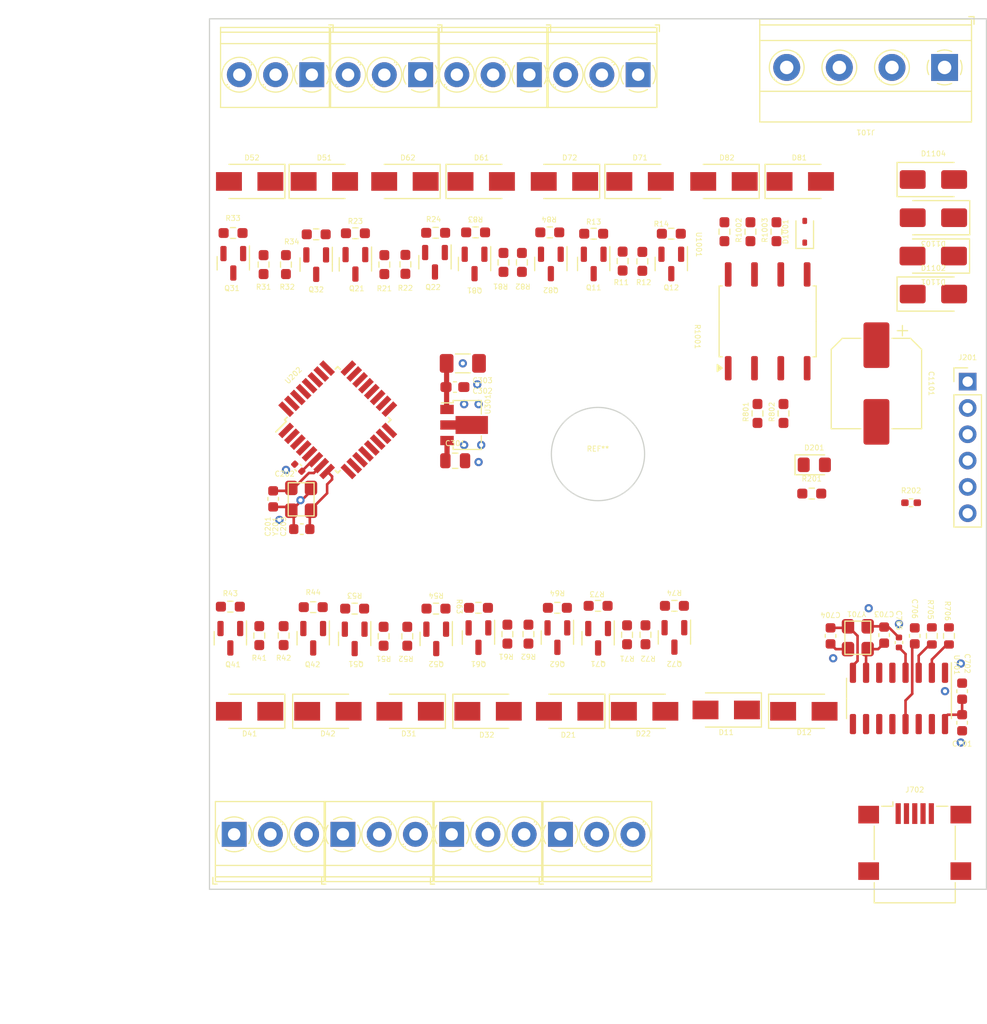
<source format=kicad_pcb>
(kicad_pcb (version 20221018) (generator pcbnew)
  (layers (0 "F.Cu" signal) (31 "B.Cu" signal) (34 "B.Paste" user) (35 "F.Paste" user) (36 "B.SilkS" user "B.Silkscreen") (37 "F.SilkS" user "F.Silkscreen") (38 "B.Mask" user) (39 "F.Mask" user) (44 "Edge.Cuts" user))
  (net 0 "")
  (net 1 "GND")
  (net 2 "/atmega/X1")
  (net 3 "+5V")
  (net 4 "/atmega/X2")
  (net 5 "/Buck/VCC")
  (net 6 "/USB/Reset")
  (net 7 "/atmega/LED")
  (net 8 "Net-(D201-A)")
  (net 9 "Net-(D1001-K)")
  (net 10 "/B")
  (net 11 "/D_bridge/AC_1")
  (net 12 "/D_bridge/AC_2")
  (net 13 "/A")
  (net 14 "/atmega/sw4")
  (net 15 "/atmega/sw3")
  (net 16 "/atmega/bus1.pin1")
  (net 17 "/atmega/bus1.pin2")
  (net 18 "/atmega/bus2.pin1")
  (net 19 "/atmega/bus2.pin2")
  (net 20 "/atmega/bus3.pin1")
  (net 21 "/atmega/bus3.pin2")
  (net 22 "/atmega/bus1.relay1")
  (net 23 "/atmega/bus1.relay2")
  (net 24 "/atmega/bus2.relay1")
  (net 25 "/atmega/bus2.relay2")
  (net 26 "/atmega/bus3.relay1")
  (net 27 "/atmega/bus3.relay2")
  (net 28 "Net-(U1001-EN)")
  (net 29 "/DCC/DCC_TTL")
  (net 30 "/USB/Rx")
  (net 31 "/USB/Tx")
  (net 32 "/atmega/sw1")
  (net 33 "/atmega/sw2")
  (net 38 "Net-(U701-XI)")
  (net 39 "Net-(U701-XO)")
  (net 40 "Net-(U701-V3)")
  (net 41 "Net-(U701-~{DTR})")
  (net 42 "Net-(U701-TXD)")
  (net 43 "Net-(U701-RXD)")
  (net 50 "Net-(J702-D-)")
  (net 51 "Net-(J702-D+)")
  (footprint "Capacitor_SMD:C_0603_1608Metric" (layer "F.Cu") (at 236.572 100.352 -90)
    (fp_text reference "C704")
    (fp_text value "22pF")
  )
  (footprint "Package_SO:SOP-8_6.62x9.15mm_P2.54mm" (layer "F.Cu") (at 230.5 70 90)
    (fp_text reference "U1001")
    (fp_text value "6N137")
  )
  (footprint "custom_kicad_lib_sk:crystal_arduino" (layer "F.Cu") (at 185.689 87.223 -90)
    (fp_text reference "Y201")
    (fp_text value "Crystal_GND2")
  )
  (footprint "Resistor_SMD:R_0603_1608Metric_Pad0.98x0.95mm_HandSolder" (layer "F.Cu") (at 178.8965 61.477)
    (fp_text reference "R33")
    (fp_text value "~")
  )
  (footprint "Diode_SMD:D_SMA" (layer "F.Cu") (at 246.5 56.317)
    (fp_text reference "D1104")
    (fp_text value "SS53")
  )
  (footprint "Resistor_SMD:R_0603_1608Metric_Pad0.98x0.95mm_HandSolder" (layer "F.Cu") (at 198.4845 97.72)
    (fp_text reference "R54")
    (fp_text value "~")
  )
  (footprint "Resistor_SMD:R_0603_1608Metric_Pad0.98x0.95mm_HandSolder" (layer "F.Cu") (at 218.706 100.246 -90)
    (fp_text reference "R72")
    (fp_text value "~")
  )
  (footprint "Package_TO_SOT_SMD:SOT-23" (layer "F.Cu") (at 186.632 100.5785 -90)
    (fp_text reference "Q42")
    (fp_text value "~")
  )
  (footprint "Resistor_SMD:R_0603_1608Metric" (layer "F.Cu") (at 248.002 100.355 90)
    (fp_text reference "R705")
    (fp_text value "1k")
  )
  (footprint "Resistor_SMD:R_0603_1608Metric_Pad0.98x0.95mm_HandSolder" (layer "F.Cu") (at 186.921 61.604)
    (fp_text reference "R34")
    (fp_text value "~")
  )
  (footprint "custom_kicad_lib_sk:R_0603_smalltext" (layer "F.Cu") (at 228.84 61.35 90)
    (fp_text reference "R1002")
    (fp_text value "10k")
  )
  (footprint "Resistor_SMD:R_0603_1608Metric_Pad0.98x0.95mm_HandSolder" (layer "F.Cu") (at 207.41 100.1835 -90)
    (fp_text reference "R62")
    (fp_text value "~")
  )
  (footprint "Diode_SMD:D_SMA" (layer "F.Cu") (at 246.5 60 180)
    (fp_text reference "D1103")
    (fp_text value "SS53")
  )
  (footprint "TerminalBlock_Phoenix:TerminalBlock_Phoenix_PT-1,5-3-3.5-H_1x03_P3.50mm_Horizontal" (layer "F.Cu") (at 218 46.2 180)
    (fp_text reference "REF**" hide)
    (fp_text value "TerminalBlock_Phoenix_PT-1,5-3-3.5-H_1x03_P3.50mm_Horizontal")
  )
  (footprint "Resistor_SMD:R_0603_1608Metric_Pad0.98x0.95mm_HandSolder" (layer "F.Cu") (at 190.634 97.72)
    (fp_text reference "R53")
    (fp_text value "~")
  )
  (footprint "custom_kicad_lib_sk:R_0603_smalltext" (layer "F.Cu") (at 231.35 61.35 90)
    (fp_text reference "R1003")
    (fp_text value "10k")
  )
  (footprint "Package_TO_SOT_SMD:SOT-23" (layer "F.Cu") (at 198.387 64.296 -90)
    (fp_text reference "Q22")
    (fp_text value "~")
  )
  (footprint "Diode_SMD:D_SMA" (layer "F.Cu") (at 180.5 56.5 180)
    (fp_text reference "D52")
    (fp_text value "~")
  )
  (footprint "LED_SMD:LED_0805_2012Metric_Pad1.15x1.40mm_HandSolder" (layer "F.Cu") (at 235.0035 83.844)
    (fp_text reference "D201")
    (fp_text value "LED")
  )
  (footprint "Diode_SMD:D_SMA" (layer "F.Cu") (at 218.626 107.627)
    (fp_text reference "D22")
    (fp_text value "~")
  )
  (footprint "Package_TO_SOT_SMD:SOT-23" (layer "F.Cu") (at 202.584 100.516 -90)
    (fp_text reference "Q61")
    (fp_text value "~")
  )
  (footprint "Resistor_SMD:R_0603_1608Metric_Pad0.98x0.95mm_HandSolder" (layer "F.Cu") (at 183.777 100.3245 -90)
    (fp_text reference "R42")
    (fp_text value "~")
  )
  (footprint "Capacitor_SMD:C_0603_1608Metric" (layer "F.Cu") (at 249.272 108.734 -90)
    (fp_text reference "C701")
    (fp_text value "10uF")
  )
  (footprint "Capacitor_SMD:CP_Elec_8x10.5" (layer "F.Cu") (at 241 76 -90)
    (fp_text reference "C1101")
    (fp_text value "1000uF")
  )
  (footprint "Capacitor_SMD:C_0402_1005Metric" (layer "F.Cu") (at 243.176 100.987 -90)
    (fp_text reference "C705")
    (fp_text value "100nF")
  )
  (footprint "Resistor_SMD:R_0603_1608Metric_Pad0.98x0.95mm_HandSolder" (layer "F.Cu") (at 193.5 64.525 -90)
    (fp_text reference "R21")
    (fp_text value "~")
  )
  (footprint "Package_TO_SOT_SMD:SOT-23" (layer "F.Cu") (at 186.921 64.525 -90)
    (fp_text reference "Q32")
    (fp_text value "~")
  )
  (footprint "Package_TO_SOT_SMD:SOT-23" (layer "F.Cu") (at 221.199 64.4625 -90)
    (fp_text reference "Q12")
    (fp_text value "~")
  )
  (footprint "Resistor_SMD:R_0603_1608Metric_Pad0.98x0.95mm_HandSolder" (layer "F.Cu") (at 186.632 97.579)
    (fp_text reference "R44")
    (fp_text value "~")
  )
  (footprint "Capacitor_SMD:C_0805_2012Metric" (layer "F.Cu") (at 200.3385 83.453)
    (fp_text reference "C301")
    (fp_text value "470nF")
  )
  (footprint "Diode_SMD:D_SMA" (layer "F.Cu") (at 210.885 56.5 180)
    (fp_text reference "D72")
    (fp_text value "~")
  )
  (footprint "Resistor_SMD:R_0603_1608Metric_Pad0.98x0.95mm_HandSolder" (layer "F.Cu") (at 190.706 61.5005)
    (fp_text reference "R23")
    (fp_text value "~")
  )
  (footprint "custom_kicad_lib_sk:R_0603_smalltext" (layer "F.Cu") (at 226.33 61.35 90)
    (fp_text reference "R1001")
    (fp_text value "1k")
  )
  (footprint "Capacitor_SMD:C_0603_1608Metric" (layer "F.Cu") (at 185.53 90.051)
    (fp_text reference "C203")
    (fp_text value "12pF")
  )
  (footprint "Resistor_SMD:R_0603_1608Metric_Pad0.98x0.95mm_HandSolder" (layer "F.Cu") (at 181.428 100.3245 -90)
    (fp_text reference "R41")
    (fp_text value "~")
  )
  (footprint "Resistor_SMD:R_0603_1608Metric_Pad0.98x0.95mm_HandSolder" (layer "F.Cu") (at 234.7585 86.619)
    (fp_text reference "R201")
    (fp_text value "6k2")
  )
  (footprint "Diode_SMD:D_SMA" (layer "F.Cu") (at 202.852 56.5)
    (fp_text reference "D61")
    (fp_text value "~")
  )
  (footprint "custom_kicad_lib_sk:crystal_arduino" (layer "F.Cu") (at 238.985 100.479 90)
    (fp_text reference "Y701")
    (fp_text value "Crystal")
  )
  (footprint "TerminalBlock_Phoenix:TerminalBlock_Phoenix_PT-1,5-3-3.5-H_1x03_P3.50mm_Horizontal" (layer "F.Cu") (at 197 46.2 180)
    (fp_text reference "REF**" hide)
    (fp_text value "TerminalBlock_Phoenix_PT-1,5-3-3.5-H_1x03_P3.50mm_Horizontal")
  )
  (footprint "Diode_SMD:D_SMA" (layer "F.Cu") (at 195.988 107.627 180)
    (fp_text reference "D31")
    (fp_text value "~")
  )
  (footprint "Diode_SMD:D_SMA" (layer "F.Cu") (at 246.484 63.699 180)
    (fp_text reference "D1101")
    (fp_text value "SS53")
  )
  (footprint "Resistor_SMD:R_0603_1608Metric" (layer "F.Cu") (at 246.351 100.355 -90)
    (fp_text reference "R706")
    (fp_text value "1k")
  )
  (footprint "Package_TO_SOT_SMD:SOT-23" (layer "F.Cu") (at 198.508 100.641 -90)
    (fp_text reference "Q52")
    (fp_text value "~")
  )
  (footprint "Resistor_SMD:R_0603_1608Metric_Pad0.98x0.95mm_HandSolder" (layer "F.Cu") (at 193.428 100.387 -90)
    (fp_text reference "R51")
    (fp_text value "~")
  )
  (footprint "Connector_PinHeader_2.54mm:PinHeader_1x06_P2.54mm_Vertical" (layer "F.Cu") (at 249.809 75.819)
    (fp_text reference "J201")
    (fp_text value "ICSP")
  )
  (footprint "Capacitor_SMD:C_0603_1608Metric" (layer "F.Cu") (at 244.7 100.352 90)
    (fp_text reference "C706")
    (fp_text value "100nF")
  )
  (footprint "custom_kicad_lib_sk:arcomora_kastje" (layer "F.Cu") (at 214.122 82.804)
    (fp_text reference "REF**")
    (fp_text value "arcomora_kastje")
    (fp_rect (start -37.5 42) (end 37.5 -42) (stroke (width 0.12)) (fill none) (layer "Edge.Cuts"))
    (fp_circle (center 0 0) (end 4.5 0) (stroke (width 0.12)) (fill none) (layer "Edge.Cuts"))
  )
  (footprint "Capacitor_SMD:C_0603_1608Metric" (layer "F.Cu") (at 241.745 100.275 90)
    (fp_text reference "C703")
    (fp_text value "22pF")
  )
  (footprint "Package_TO_SOT_SMD:SOT-89-3" (layer "F.Cu") (at 201.5 80)
    (fp_text reference "U301")
    (fp_text value "L78L05_SOT89")
  )
  (footprint "Resistor_SMD:R_0603_1608Metric_Pad0.98x0.95mm_HandSolder" (layer "F.Cu") (at 213.706 61.5415)
    (fp_text reference "R13")
    (fp_text value "~")
  )
  (footprint "Package_TO_SOT_SMD:SOT-23" (layer "F.Cu") (at 178.634 100.5785 -90)
    (fp_text reference "Q41")
    (fp_text value "~")
  )
  (footprint "Package_TO_SOT_SMD:SOT-23" (layer "F.Cu") (at 209.572 64.4625 -90)
    (fp_text reference "Q82")
    (fp_text value "~")
  )
  (footprint "Diode_SMD:D_SMA" (layer "F.Cu") (at 246.5 67.366)
    (fp_text reference "D1102")
    (fp_text value "SS53")
  )
  (footprint "Package_TO_SOT_SMD:SOT-23" (layer "F.Cu") (at 214.134 100.5785 -90)
    (fp_text reference "Q71")
    (fp_text value "~")
  )
  (footprint "Resistor_SMD:R_0603_1608Metric_Pad0.98x0.95mm_HandSolder" (layer "F.Cu") (at 206.778 64.312 -90)
    (fp_text reference "R82")
    (fp_text value "~")
  )
  (footprint "Capacitor_SMD:C_0603_1608Metric_Pad1.08x0.95mm_HandSolder" (layer "F.Cu") (at 200.312 76.341)
    (fp_text reference "C302")
    (fp_text value "100nF")
  )
  (footprint "TerminalBlock_Phoenix:TerminalBlock_Phoenix_PT-1,5-3-3.5-H_1x03_P3.50mm_Horizontal" (layer "F.Cu") (at 210.5 119.5)
    (fp_text reference "REF**" hide)
    (fp_text value "TerminalBlock_Phoenix_PT-1,5-3-3.5-H_1x03_P3.50mm_Horizontal")
  )
  (footprint "Resistor_SMD:R_0603_1608Metric_Pad0.98x0.95mm_HandSolder" (layer "F.Cu") (at 209.4685 61.4145)
    (fp_text reference "R84")
    (fp_text value "~")
  )
  (footprint "Diode_SMD:D_SMA" (layer "F.Cu") (at 187.707 56.5)
    (fp_text reference "D51")
    (fp_text value "~")
  )
  (footprint "Capacitor_SMD:C_1206_3216Metric_Pad1.33x1.80mm_HandSolder" (layer "F.Cu") (at 201.074 74.055)
    (fp_text reference "C303")
    (fp_text value "100uF")
  )
  (footprint "Resistor_SMD:R_0603_1608Metric_Pad0.98x0.95mm_HandSolder" (layer "F.Cu") (at 221.199 61.5415)
    (fp_text reference "R14")
    (fp_text value "~")
  )
  (footprint "Diode_SMD:D_SMA" (layer "F.Cu") (at 203.513 107.627)
    (fp_text reference "D32")
    (fp_text value "~")
  )
  (footprint "Resistor_SMD:R_0603_1608Metric_Pad0.98x0.95mm_HandSolder" (layer "F.Cu") (at 210.204 97.6435)
    (fp_text reference "R64")
    (fp_text value "~")
  )
  (footprint "TerminalBlock_Phoenix:TerminalBlock_Phoenix_PT-1,5-3-3.5-H_1x03_P3.50mm_Horizontal" (layer "F.Cu") (at 207.5 46.2 180)
    (fp_text reference "REF**" hide)
    (fp_text value "TerminalBlock_Phoenix_PT-1,5-3-3.5-H_1x03_P3.50mm_Horizontal")
  )
  (footprint "Resistor_SMD:R_0603_1608Metric_Pad0.98x0.95mm_HandSolder" (layer "F.Cu") (at 202.3095 61.4145)
    (fp_text reference "R83")
    (fp_text value "~")
  )
  (footprint "Resistor_SMD:R_0603_1608Metric_Pad0.98x0.95mm_HandSolder" (layer "F.Cu") (at 221.5 97.452)
    (fp_text reference "R74")
    (fp_text value "~")
  )
  (footprint "Resistor_SMD:R_0603_1608Metric_Pad0.98x0.95mm_HandSolder" (layer "F.Cu") (at 181.841 64.525 -90)
    (fp_text reference "R31")
    (fp_text value "~")
  )
  (footprint "Diode_SMD:D_SMA" (layer "F.Cu") (at 180.495 107.627 180)
    (fp_text reference "D41")
    (fp_text value "~")
  )
  (footprint "Diode_SMD:D_SMA" (layer "F.Cu") (at 226.283 56.5 180)
    (fp_text reference "D82")
    (fp_text value "~")
  )
  (footprint "TerminalBlock_Phoenix:TerminalBlock_Phoenix_MKDS-1,5-4-5.08_1x04_P5.08mm_Horizontal" (layer "F.Cu") (at 247.58 45.5 180)
    (fp_text reference "J101")
    (fp_text value "Screw_Terminal_01x04")
  )
  (footprint "Diode_SMD:D_SMA" (layer "F.Cu") (at 188.051 107.627)
    (fp_text reference "D42")
    (fp_text value "~")
  )
  (footprint "Resistor_SMD:R_0603_1608Metric_Pad0.98x0.95mm_HandSolder" (layer "F.Cu") (at 202.584 97.6435)
    (fp_text reference "R63")
    (fp_text value "~")
  )
  (footprint "Diode_SMD:D_SMA" (layer "F.Cu") (at 233.993 107.627)
    (fp_text reference "D12")
    (fp_text value "~")
  )
  (footprint "TerminalBlock_Phoenix:TerminalBlock_Phoenix_PT-1,5-3-3.5-H_1x03_P3.50mm_Horizontal" (layer "F.Cu") (at 189.5 119.5)
    (fp_text reference "REF**" hide)
    (fp_text value "TerminalBlock_Phoenix_PT-1,5-3-3.5-H_1x03_P3.50mm_Horizontal")
  )
  (footprint "Package_TO_SOT_SMD:SOT-23" (layer "F.Cu") (at 190.634 100.641 -90)
    (fp_text reference "Q51")
    (fp_text value "~")
  )
  (footprint "Package_SO:SOIC-16_3.9x9.9mm_P1.27mm" (layer "F.Cu") (at 243.176 106.386 -90)
    (fp_text reference "U701")
    (fp_text value "CH340G")
  )
  (footprint "Resistor_SMD:R_0603_1608Metric_Pad0.98x0.95mm_HandSolder" (layer "F.Cu") (at 205.378 100.1835 -90)
    (fp_text reference "R61")
    (fp_text value "~")
  )
  (footprint "Resistor_SMD:R_0603_1608Metric_Pad0.98x0.95mm_HandSolder" (layer "F.Cu") (at 214.134 97.452)
    (fp_text reference "R73")
    (fp_text value "~")
  )
  (footprint "Resistor_SMD:R_0603_1608Metric_Pad0.98x0.95mm_HandSolder" (layer "F.Cu") (at 198.453 61.4535)
    (fp_text reference "R24")
    (fp_text value "~")
  )
  (footprint "Resistor_SMD:R_0603_1608Metric_Pad0.98x0.95mm_HandSolder" (layer "F.Cu") (at 216.928 100.246 -90)
    (fp_text reference "R71")
    (fp_text value "~")
  )
  (footprint "custom_kicad_lib_sk:R_0603_smalltext" (layer "F.Cu") (at 232.029 78.8885 90)
    (fp_text reference "R802")
    (fp_text value "10k")
  )
  (footprint "Diode_SMD:D_SOD-323" (layer "F.Cu") (at 234.08 61.355 90)
    (fp_text reference "D1001")
    (fp_text value "1N4148WS")
  )
  (footprint "Capacitor_SMD:C_0603_1608Metric" (layer "F.Cu") (at 182.768 87.13 90)
    (fp_text reference "C201")
    (fp_text value "12pF")
  )
  (footprint "Diode_SMD:D_SMA" (layer "F.Cu") (at 218.187 56.5)
    (fp_text reference "D71")
    (fp_text value "~")
  )
  (footprint "Resistor_SMD:R_0603_1608Metric_Pad0.98x0.95mm_HandSolder" (layer "F.Cu") (at 216.5 64.185 -90)
    (fp_text reference "R11")
    (fp_text value "~")
  )
  (footprint "Resistor_SMD:R_0603_1608Metric_Pad0.98x0.95mm_HandSolder" (layer "F.Cu") (at 205 64.312 -90)
    (fp_text reference "R81")
    (fp_text value "~")
  )
  (footprint "Resistor_SMD:R_0402_1005Metric_Pad0.72x0.64mm_HandSolder" (layer "F.Cu") (at 244.348 87.503)
    (fp_text reference "R202")
    (fp_text value "10k")
  )
  (footprint "Package_TO_SOT_SMD:SOT-23" (layer "F.Cu") (at 210.204 100.516 -90)
    (fp_text reference "Q62")
    (fp_text value "~")
  )
  (footprint "Package_QFP:TQFP-32_7x7mm_P0.8mm" (layer "F.Cu") (at 189 79.5 45)
    (fp_text reference "U202")
    (fp_text value "ATmega328-A")
  )
  (footprint "Resistor_SMD:R_0603_1608Metric_Pad0.98x0.95mm_HandSolder" (layer "F.Cu") (at 195.714 100.387 -90)
    (fp_text reference "R52")
    (fp_text value "~")
  )
  (footprint "Resistor_SMD:R_0603_1608Metric_Pad0.98x0.95mm_HandSolder" (layer "F.Cu") (at 218.405 64.2085 -90)
    (fp_text reference "R12")
    (fp_text value "~")
  )
  (footprint "Connector_USB:USB_Mini-B_Lumberg_2486_01_Horizontal" (layer "F.Cu") (at 244.7 120.2)
    (fp_text reference "J702")
    (fp_text value "USB_B_Mini")
  )
  (footprint "Package_TO_SOT_SMD:SOT-23" (layer "F.Cu") (at 221.5 100.5 -90)
    (fp_text reference "Q72")
    (fp_text value "~")
  )
  (footprint "custom_kicad_lib_sk:R_0603_smalltext" (layer "F.Cu") (at 229.519 78.8885 90)
    (fp_text reference "R801")
    (fp_text value "10k")
  )
  (footprint "Capacitor_SMD:C_0603_1608Metric" (layer "F.Cu") (at 249.272 105.686 90)
    (fp_text reference "C702")
    (fp_text value "100nF")
  )
  (footprint "Diode_SMD:D_SMA" (layer "F.Cu") (at 211.387 107.627 180)
    (fp_text reference "D21")
    (fp_text value "~")
  )
  (footprint "Package_TO_SOT_SMD:SOT-23" (layer "F.Cu") (at 190.706 64.5 -90)
    (fp_text reference "Q21")
    (fp_text value "~")
  )
  (footprint "TerminalBlock_Phoenix:TerminalBlock_Phoenix_PT-1,5-3-3.5-H_1x03_P3.50mm_Horizontal" (layer "F.Cu") (at 200 119.5)
    (fp_text reference "REF**" hide)
    (fp_text value "TerminalBlock_Phoenix_PT-1,5-3-3.5-H_1x03_P3.50mm_Horizontal")
  )
  (footprint "Package_TO_SOT_SMD:SOT-23" (layer "F.Cu") (at 202.206 64.4625 -90)
    (fp_text reference "Q81")
    (fp_text value "~")
  )
  (footprint "Diode_SMD:D_SMA" (layer "F.Cu") (at 226.5 107.5 180)
    (fp_text reference "D11")
    (fp_text value "~")
  )
  (footprint "Resistor_SMD:R_0603_1608Metric_Pad0.98x0.95mm_HandSolder" (layer "F.Cu") (at 178.634 97.5305)
    (fp_text reference "R43")
    (fp_text value "~")
  )
  (footprint "Diode_SMD:D_SMA" (layer "F.Cu") (at 195.486 56.5 180)
    (fp_text reference "D62")
    (fp_text value "~")
  )
  (footprint "TerminalBlock_Phoenix:TerminalBlock_Phoenix_PT-1,5-3-3.5-H_1x03_P3.50mm_Horizontal" (layer "F.Cu") (at 186.5 46.2 180)
    (fp_text reference "REF**" hide)
    (fp_text value "TerminalBlock_Phoenix_PT-1,5-3-3.5-H_1x03_P3.50mm_Horizontal")
  )
  (footprint "Resistor_SMD:R_0603_1608Metric_Pad0.98x0.95mm_HandSolder" (layer "F.Cu") (at 184 64.525 -90)
    (fp_text reference "R32")
    (fp_text value "~")
  )
  (footprint "Package_TO_SOT_SMD:SOT-23" (layer "F.Cu") (at 178.92 64.398 -90)
    (fp_text reference "Q31")
    (fp_text value "~")
  )
  (footprint "TerminalBlock_Phoenix:TerminalBlock_Phoenix_PT-1,5-3-3.5-H_1x03_P3.50mm_Horizontal" (layer "F.Cu") (at 179 119.5)
    (fp_text reference "REF**" hide)
    (fp_text value "TerminalBlock_Phoenix_PT-1,5-3-3.5-H_1x03_P3.50mm_Horizontal")
  )
  (footprint "Package_TO_SOT_SMD:SOT-23" (layer "F.Cu") (at 213.706 64.4625 -90)
    (fp_text reference "Q11")
    (fp_text value "~")
  )
  (footprint "Diode_SMD:D_SMA" (layer "F.Cu") (at 233.649 56.5)
    (fp_text reference "D81")
    (fp_text value "~")
  )
  (footprint "Capacitor_SMD:C_0402_1005Metric" (layer "F.Cu") (at 185.190589 84.123589 135)
    (fp_text reference "C202")
    (fp_text value "100nF")
  )
  (footprint "Resistor_SMD:R_0603_1608Metric_Pad0.98x0.95mm_HandSolder" (layer "F.Cu") (at 195.532 64.5015 -90)
    (fp_text reference "R22")
    (fp_text value "~")
  )
  (via (at 243.176 99.209) (size 0.8) (drill 0.4) (layers "F.Cu" "B.Cu") (net 0))
  (via (at 240.255 97.685) (size 0.8) (drill 0.4) (layers "F.Cu" "B.Cu") (net 0))
  (via (at 249.145 110.639) (size 0.8) (drill 0.4) (layers "F.Cu" "B.Cu") (net 0))
  (via (at 236.826 102.511) (size 0.8) (drill 0.4) (layers "F.Cu" "B.Cu") (net 0))
  (via (at 247.621 105.686) (size 0.8) (drill 0.4) (layers "F.Cu" "B.Cu") (net 0))
  (segment (start 237.074 101.629) (end 236.572 101.127) (width 0.25) (layer "F.Cu") (net 1))
  (segment (start 184.151 87.905) (end 184.519 88.273) (width 0.25) (layer "F.Cu") (net 1))
  (segment (start 184.755 88.509) (end 184.519 88.273) (width 0.25) (layer "F.Cu") (net 1))
  (segment (start 185.535 87.257) (end 185.403 87.257) (width 0.25) (layer "F.Cu") (net 1))
  (segment (start 186.419 86.373) (end 185.535 87.257) (width 0.25) (layer "F.Cu") (net 1))
  (segment (start 185.403 87.257) (end 185.403 87.389) (width 0.25) (layer "F.Cu") (net 1))
  (segment (start 240.155 99.429) (end 242.098 99.429) (width 0.25) (layer "F.Cu") (net 1))
  (segment (start 186.419 86.073) (end 186.419 86.373) (width 0.25) (layer "F.Cu") (net 1))
  (segment (start 242.098 99.429) (end 243.176 100.507) (width 0.25) (layer "F.Cu") (net 1))
  (segment (start 238.255 101.629) (end 237.074 101.629) (width 0.25) (layer "F.Cu") (net 1))
  (segment (start 182.768 87.905) (end 184.151 87.905) (width 0.25) (layer "F.Cu") (net 1))
  (segment (start 185.403 87.389) (end 184.519 88.273) (width 0.25) (layer "F.Cu") (net 1))
  (segment (start 184.755 90.051) (end 184.755 88.509) (width 0.25) (layer "F.Cu") (net 1))
  (via (at 202.598 77.992) (size 0.8) (drill 0.4) (layers "F.Cu" "B.Cu") (net 1))
  (via (at 184.006 84.336) (size 0.8) (drill 0.4) (layers "F.Cu" "B.Cu") (net 1))
  (via (at 201.201 81.929) (size 0.8) (drill 0.4) (layers "F.Cu" "B.Cu") (net 1))
  (via (at 249.145 103.019) (size 0.8) (drill 0.4) (layers "F.Cu" "B.Cu") (net 1))
  (via (at 185.403 87.257) (size 0.8) (drill 0.4) (layers "F.Cu" "B.Cu") (net 1))
  (via (at 183.371 89.162) (size 0.8) (drill 0.4) (layers "F.Cu" "B.Cu") (net 1))
  (via (at 202.471 76.087) (size 0.8) (drill 0.4) (layers "F.Cu" "B.Cu") (net 1))
  (via (at 201.201 77.992) (size 0.8) (drill 0.4) (layers "F.Cu" "B.Cu") (net 1))
  (via (at 202.852 81.929) (size 0.8) (drill 0.4) (layers "F.Cu" "B.Cu") (net 1))
  (via (at 202.598 83.58) (size 0.8) (drill 0.4) (layers "F.Cu" "B.Cu") (net 1))
  (via (at 201.074 74.055) (size 0.8) (drill 0.4) (layers "F.Cu" "B.Cu") (net 1))
  (segment (start 182.768 86.355) (end 184.237 86.355) (width 0.25) (layer "F.Cu") (net 2))
  (segment (start 186.214203 84.634397) (end 184.7756 86.073) (width 0.25) (layer "F.Cu") (net 2))
  (segment (start 184.7756 86.073) (end 184.519 86.073) (width 0.25) (layer "F.Cu") (net 2))
  (segment (start 184.237 86.355) (end 184.519 86.073) (width 0.25) (layer "F.Cu") (net 2))
  (segment (start 186.69403 84.634397) (end 186.214203 84.634397) (width 0.25) (layer "F.Cu") (net 2))
  (segment (start 187.40901 83.919417) (end 186.69403 84.634397) (width 0.25) (layer "F.Cu") (net 2))
  (segment (start 186.843324 83.353732) (end 186.639268 83.353732) (width 0.25) (layer "F.Cu") (net 3))
  (segment (start 199.5115 78.4615) (end 199.55 78.5) (width 0.5) (layer "F.Cu") (net 3))
  (segment (start 247.621 108.226) (end 247.888 107.959) (width 0.25) (layer "F.Cu") (net 3))
  (segment (start 199.5115 74.055) (end 199.5115 78.4615) (width 0.5) (layer "F.Cu") (net 3))
  (segment (start 249.272 106.461) (end 249.272 107.959) (width 0.25) (layer "F.Cu") (net 3))
  (segment (start 186.639268 83.353732) (end 185.53 84.463) (width 0.25) (layer "F.Cu") (net 3))
  (segment (start 247.888 107.959) (end 249.272 107.959) (width 0.25) (layer "F.Cu") (net 3))
  (segment (start 247.621 108.861) (end 247.621 108.226) (width 0.25) (layer "F.Cu") (net 3))
  (segment (start 188.451 84.961408) (end 188.451 85.256695) (width 0.25) (layer "F.Cu") (net 4))
  (segment (start 187.974695 84.485103) (end 188.451 84.961408) (width 0.25) (layer "F.Cu") (net 4))
  (segment (start 187.974695 86.590305) (end 186.419 88.146) (width 0.25) (layer "F.Cu") (net 4))
  (segment (start 186.305 88.387) (end 186.419 88.273) (width 0.25) (layer "F.Cu") (net 4))
  (segment (start 188.451 85.256695) (end 187.974695 85.733) (width 0.25) (layer "F.Cu") (net 4))
  (segment (start 186.305 90.051) (end 186.305 88.387) (width 0.25) (layer "F.Cu") (net 4))
  (segment (start 187.974695 85.733) (end 187.974695 86.590305) (width 0.25) (layer "F.Cu") (net 4))
  (segment (start 199.55 81.5) (end 199.55 83.379) (width 0.5) (layer "F.Cu") (net 5))
  (segment (start 199.55 83.379) (end 199.476 83.453) (width 0.5) (layer "F.Cu") (net 5))
  (segment (start 240.155 101.629) (end 241.166 101.629) (width 0.25) (layer "F.Cu") (net 38))
  (segment (start 241.166 101.629) (end 241.745 101.05) (width 0.25) (layer "F.Cu") (net 38))
  (segment (start 240.001 104.292) (end 240.001 101.783) (width 0.25) (layer "F.Cu") (net 38))
  (segment (start 240.001 101.783) (end 240.155 101.629) (width 0.25) (layer "F.Cu") (net 38))
  (segment (start 239.18 100.354) (end 239.18 102.762) (width 0.25) (layer "F.Cu") (net 39))
  (segment (start 239.18 100.354) (end 238.255 99.429) (width 0.25) (layer "F.Cu") (net 39))
  (segment (start 238.731 103.911) (end 238.731 103.211) (width 0.25) (layer "F.Cu") (net 39))
  (segment (start 236.572 99.577) (end 238.107 99.577) (width 0.25) (layer "F.Cu") (net 39))
  (segment (start 238.731 103.211) (end 239.18 102.762) (width 0.25) (layer "F.Cu") (net 39))
  (segment (start 238.107 99.577) (end 238.255 99.429) (width 0.25) (layer "F.Cu") (net 39))
  (segment (start 243.811 102.102) (end 243.176 101.467) (width 0.25) (layer "F.Cu") (net 40))
  (segment (start 243.811 103.911) (end 243.811 102.102) (width 0.25) (layer "F.Cu") (net 40))
  (segment (start 244.456 101.371) (end 244.456 105.94) (width 0.25) (layer "F.Cu") (net 41))
  (segment (start 244.7 101.127) (end 244.456 101.371) (width 0.25) (layer "F.Cu") (net 41))
  (segment (start 243.811 106.585) (end 244.456 105.94) (width 0.25) (layer "F.Cu") (net 41))
  (segment (start 243.811 108.861) (end 243.811 106.585) (width 0.25) (layer "F.Cu") (net 41))
  (segment (start 247.875 101.164) (end 247.825 101.164) (width 0.25) (layer "F.Cu") (net 42))
  (segment (start 246.351 102.638) (end 246.351 103.911) (width 0.25) (layer "F.Cu") (net 42))
  (segment (start 247.825 101.164) (end 246.351 102.638) (width 0.25) (layer "F.Cu") (net 42))
  (segment (start 246.174 101.164) (end 245.081 102.257) (width 0.25) (layer "F.Cu") (net 43))
  (segment (start 245.081 102.257) (end 245.081 103.911) (width 0.25) (layer "F.Cu") (net 43))
  (segment (start 246.351 101.164) (end 246.174 101.164) (width 0.25) (layer "F.Cu") (net 43))
)
</source>
